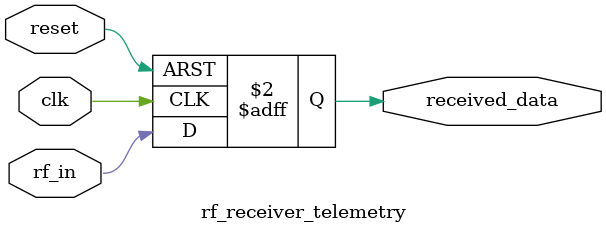
<source format=v>
module rf_receiver_telemetry(
    input wire clk,
    input wire reset,
    input wire rf_in,
    output reg received_data
);
    always @(posedge clk or posedge reset) begin
        if (reset) begin
            received_data <= 0;
        end else begin
            received_data <= rf_in;
        end
    end
endmodule

</source>
